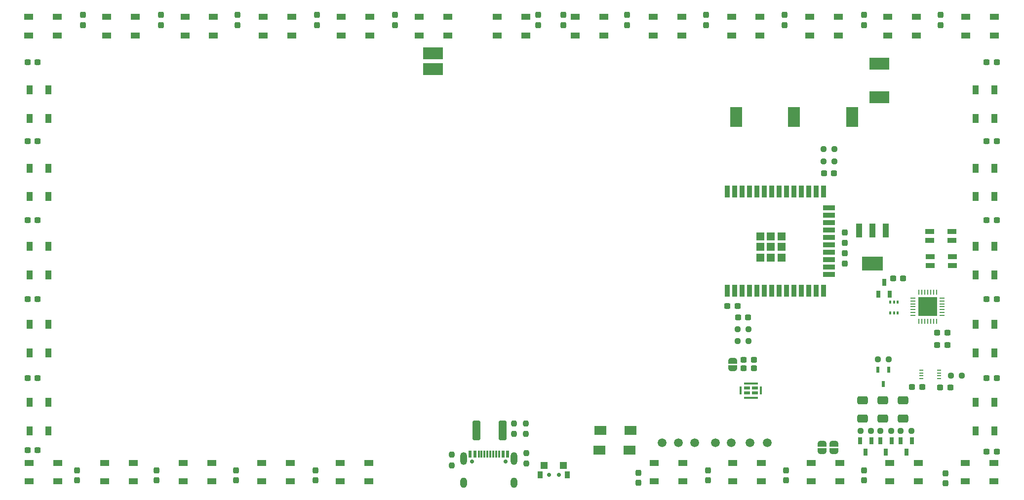
<source format=gbr>
%TF.GenerationSoftware,KiCad,Pcbnew,(6.0.6-0)*%
%TF.CreationDate,2022-09-08T22:47:46-07:00*%
%TF.ProjectId,GlowSignMainPCB,476c6f77-5369-4676-9e4d-61696e504342,rev?*%
%TF.SameCoordinates,Original*%
%TF.FileFunction,Soldermask,Top*%
%TF.FilePolarity,Negative*%
%FSLAX46Y46*%
G04 Gerber Fmt 4.6, Leading zero omitted, Abs format (unit mm)*
G04 Created by KiCad (PCBNEW (6.0.6-0)) date 2022-09-08 22:47:46*
%MOMM*%
%LPD*%
G01*
G04 APERTURE LIST*
G04 Aperture macros list*
%AMRoundRect*
0 Rectangle with rounded corners*
0 $1 Rounding radius*
0 $2 $3 $4 $5 $6 $7 $8 $9 X,Y pos of 4 corners*
0 Add a 4 corners polygon primitive as box body*
4,1,4,$2,$3,$4,$5,$6,$7,$8,$9,$2,$3,0*
0 Add four circle primitives for the rounded corners*
1,1,$1+$1,$2,$3*
1,1,$1+$1,$4,$5*
1,1,$1+$1,$6,$7*
1,1,$1+$1,$8,$9*
0 Add four rect primitives between the rounded corners*
20,1,$1+$1,$2,$3,$4,$5,0*
20,1,$1+$1,$4,$5,$6,$7,0*
20,1,$1+$1,$6,$7,$8,$9,0*
20,1,$1+$1,$8,$9,$2,$3,0*%
%AMFreePoly0*
4,1,20,0.000000,0.744959,0.073905,0.744508,0.209726,0.703889,0.328688,0.626782,0.421226,0.519385,0.479903,0.390333,0.500000,0.250000,0.500000,-0.250000,0.499851,-0.262216,0.476331,-0.402017,0.414519,-0.529596,0.319384,-0.634700,0.198574,-0.708877,0.061801,-0.746166,0.000000,-0.745033,0.000000,-0.750000,-0.500000,-0.750000,-0.500000,0.750000,0.000000,0.750000,0.000000,0.744959,
0.000000,0.744959,$1*%
%AMFreePoly1*
4,1,22,0.500000,-0.750000,0.000000,-0.750000,0.000000,-0.745033,-0.079941,-0.743568,-0.215256,-0.701293,-0.333266,-0.622738,-0.424486,-0.514219,-0.481581,-0.384460,-0.499164,-0.250000,-0.500000,-0.250000,-0.500000,0.250000,-0.499164,0.250000,-0.499963,0.256109,-0.478152,0.396186,-0.417904,0.524511,-0.324060,0.630769,-0.204165,0.706417,-0.067858,0.745374,0.000000,0.744959,0.000000,0.750000,
0.500000,0.750000,0.500000,-0.750000,0.500000,-0.750000,$1*%
G04 Aperture macros list end*
%ADD10R,1.500000X1.000000*%
%ADD11R,1.000000X1.500000*%
%ADD12R,0.700000X1.250013*%
%ADD13FreePoly0,90.000000*%
%ADD14FreePoly1,90.000000*%
%ADD15RoundRect,0.237500X-0.237500X0.300000X-0.237500X-0.300000X0.237500X-0.300000X0.237500X0.300000X0*%
%ADD16RoundRect,0.250000X0.650000X-0.412500X0.650000X0.412500X-0.650000X0.412500X-0.650000X-0.412500X0*%
%ADD17R,0.900000X2.000000*%
%ADD18R,2.000000X0.900000*%
%ADD19R,1.330000X1.330000*%
%ADD20RoundRect,0.237500X-0.300000X-0.237500X0.300000X-0.237500X0.300000X0.237500X-0.300000X0.237500X0*%
%ADD21RoundRect,0.237500X-0.250000X-0.237500X0.250000X-0.237500X0.250000X0.237500X-0.250000X0.237500X0*%
%ADD22R,2.000000X3.500000*%
%ADD23RoundRect,0.250000X0.400000X1.450000X-0.400000X1.450000X-0.400000X-1.450000X0.400000X-1.450000X0*%
%ADD24R,3.500000X2.000000*%
%ADD25C,0.700025*%
%ADD26R,0.900000X1.200000*%
%ADD27R,1.200000X1.300000*%
%ADD28RoundRect,0.237500X-0.237500X0.250000X-0.237500X-0.250000X0.237500X-0.250000X0.237500X0.250000X0*%
%ADD29RoundRect,0.237500X0.250000X0.237500X-0.250000X0.237500X-0.250000X-0.237500X0.250000X-0.237500X0*%
%ADD30R,0.600000X1.070003*%
%ADD31R,0.280010X0.900000*%
%ADD32R,0.900000X0.280010*%
%ADD33R,3.300000X3.300000*%
%ADD34C,1.500000*%
%ADD35O,0.750013X0.250013*%
%ADD36FreePoly1,270.000000*%
%ADD37FreePoly0,270.000000*%
%ADD38RoundRect,0.237500X0.237500X-0.300000X0.237500X0.300000X-0.237500X0.300000X-0.237500X-0.300000X0*%
%ADD39R,0.980010X2.470003*%
%ADD40R,3.600000X2.470003*%
%ADD41RoundRect,0.237500X0.237500X-0.250000X0.237500X0.250000X-0.237500X0.250000X-0.237500X-0.250000X0*%
%ADD42R,1.500000X0.900000*%
%ADD43RoundRect,0.237500X0.300000X0.237500X-0.300000X0.237500X-0.300000X-0.237500X0.300000X-0.237500X0*%
%ADD44R,2.046380X1.620015*%
%ADD45R,0.419990X0.600000*%
%ADD46R,0.600000X1.300000*%
%ADD47R,0.300000X1.300000*%
%ADD48O,1.200000X1.800000*%
%ADD49O,1.200000X2.200000*%
%ADD50R,1.050013X0.550013*%
%ADD51R,0.450013X1.400000*%
%ADD52R,2.400000X0.450013*%
G04 APERTURE END LIST*
D10*
%TO.C,D34*%
X220839200Y-140639600D03*
X220839200Y-137439600D03*
X215939200Y-137439600D03*
X215939200Y-140639600D03*
%TD*%
%TO.C,D35*%
X233847500Y-140639600D03*
X233847500Y-137439600D03*
X228947500Y-137439600D03*
X228947500Y-140639600D03*
%TD*%
%TO.C,D33*%
X207377200Y-140639600D03*
X207377200Y-137439600D03*
X202477200Y-137439600D03*
X202477200Y-140639600D03*
%TD*%
%TO.C,D32*%
X193915200Y-140639600D03*
X193915200Y-137439600D03*
X189015200Y-137439600D03*
X189015200Y-140639600D03*
%TD*%
%TO.C,D31*%
X180453200Y-140639600D03*
X180453200Y-137439600D03*
X175553200Y-137439600D03*
X175553200Y-140639600D03*
%TD*%
%TO.C,D30*%
X126605200Y-140639600D03*
X126605200Y-137439600D03*
X121705200Y-137439600D03*
X121705200Y-140639600D03*
%TD*%
%TO.C,D29*%
X113143200Y-140639600D03*
X113143200Y-137439600D03*
X108243200Y-137439600D03*
X108243200Y-140639600D03*
%TD*%
%TO.C,D28*%
X99681200Y-140639600D03*
X99681200Y-137439600D03*
X94781200Y-137439600D03*
X94781200Y-140639600D03*
%TD*%
%TO.C,D27*%
X86219200Y-140639600D03*
X86219200Y-137439600D03*
X81319200Y-137439600D03*
X81319200Y-140639600D03*
%TD*%
%TO.C,D26*%
X73316000Y-140639600D03*
X73316000Y-137439600D03*
X68416000Y-137439600D03*
X68416000Y-140639600D03*
%TD*%
%TO.C,D17*%
X108482750Y-60961100D03*
X108482750Y-64161100D03*
X113382750Y-64161100D03*
X113382750Y-60961100D03*
%TD*%
%TO.C,D11*%
X188819450Y-60961100D03*
X188819450Y-64161100D03*
X193719450Y-64161100D03*
X193719450Y-60961100D03*
%TD*%
%TO.C,D14*%
X148651100Y-60961100D03*
X148651100Y-64161100D03*
X153551100Y-64161100D03*
X153551100Y-60961100D03*
%TD*%
%TO.C,D8*%
X228987800Y-60961100D03*
X228987800Y-64161100D03*
X233887800Y-64161100D03*
X233887800Y-60961100D03*
%TD*%
D11*
%TO.C,D3*%
X233910800Y-127056100D03*
X230710800Y-127056100D03*
X230710800Y-131956100D03*
X233910800Y-131956100D03*
%TD*%
D10*
%TO.C,D18*%
X95093300Y-60961100D03*
X95093300Y-64161100D03*
X99993300Y-64161100D03*
X99993300Y-60961100D03*
%TD*%
%TO.C,D20*%
X68314400Y-60961100D03*
X68314400Y-64161100D03*
X73214400Y-64161100D03*
X73214400Y-60961100D03*
%TD*%
%TO.C,D12*%
X175430000Y-60961100D03*
X175430000Y-64161100D03*
X180330000Y-64161100D03*
X180330000Y-60961100D03*
%TD*%
%TO.C,D10*%
X202208900Y-60961100D03*
X202208900Y-64161100D03*
X207108900Y-64161100D03*
X207108900Y-60961100D03*
%TD*%
D11*
%TO.C,D5*%
X233910800Y-100278100D03*
X230710800Y-100278100D03*
X230710800Y-105178100D03*
X233910800Y-105178100D03*
%TD*%
%TO.C,D24*%
X68464400Y-118567100D03*
X71664400Y-118567100D03*
X71664400Y-113667100D03*
X68464400Y-113667100D03*
%TD*%
%TO.C,D23*%
X68464400Y-105178100D03*
X71664400Y-105178100D03*
X71664400Y-100278100D03*
X68464400Y-100278100D03*
%TD*%
D10*
%TO.C,D15*%
X135261650Y-60961100D03*
X135261650Y-64161100D03*
X140161650Y-64161100D03*
X140161650Y-60961100D03*
%TD*%
D11*
%TO.C,D4*%
X233910800Y-113667100D03*
X230710800Y-113667100D03*
X230710800Y-118567100D03*
X233910800Y-118567100D03*
%TD*%
D10*
%TO.C,D19*%
X81703850Y-60961100D03*
X81703850Y-64161100D03*
X86603850Y-64161100D03*
X86603850Y-60961100D03*
%TD*%
%TO.C,D16*%
X121872200Y-60961100D03*
X121872200Y-64161100D03*
X126772200Y-64161100D03*
X126772200Y-60961100D03*
%TD*%
%TO.C,D9*%
X215598350Y-60961100D03*
X215598350Y-64161100D03*
X220498350Y-64161100D03*
X220498350Y-60961100D03*
%TD*%
D11*
%TO.C,D7*%
X233910800Y-73500100D03*
X230710800Y-73500100D03*
X230710800Y-78400100D03*
X233910800Y-78400100D03*
%TD*%
%TO.C,D25*%
X68464400Y-131956100D03*
X71664400Y-131956100D03*
X71664400Y-127056100D03*
X68464400Y-127056100D03*
%TD*%
%TO.C,D22*%
X68464400Y-91789100D03*
X71664400Y-91789100D03*
X71664400Y-86889100D03*
X68464400Y-86889100D03*
%TD*%
%TO.C,D6*%
X233910800Y-86889100D03*
X230710800Y-86889100D03*
X230710800Y-91789100D03*
X233910800Y-91789100D03*
%TD*%
D10*
%TO.C,D13*%
X162040550Y-60961100D03*
X162040550Y-64161100D03*
X166940550Y-64161100D03*
X166940550Y-60961100D03*
%TD*%
D11*
%TO.C,D21*%
X68464400Y-78400100D03*
X71664400Y-78400100D03*
X71664400Y-73500100D03*
X68464400Y-73500100D03*
%TD*%
D12*
%TO.C,U19*%
X214035638Y-108492800D03*
X215935562Y-108492800D03*
X214985600Y-106492800D03*
%TD*%
D13*
%TO.C,JP3*%
X189026800Y-119949200D03*
D14*
X189026800Y-121249200D03*
%TD*%
D15*
%TO.C,C30*%
X155651200Y-60605500D03*
X155651200Y-62330500D03*
%TD*%
%TO.C,C24*%
X224688400Y-60605500D03*
X224688400Y-62330500D03*
%TD*%
D16*
%TO.C,C56*%
X211328000Y-129832500D03*
X211328000Y-126707500D03*
%TD*%
D17*
%TO.C,U4*%
X188065900Y-107922500D03*
X189335900Y-107922500D03*
X190605900Y-107922500D03*
X191875900Y-107922500D03*
X193145900Y-107922500D03*
X194415900Y-107922500D03*
X195685900Y-107922500D03*
X196955900Y-107922500D03*
X198225900Y-107922500D03*
X199495900Y-107922500D03*
X200765900Y-107922500D03*
X202035900Y-107922500D03*
X203305900Y-107922500D03*
X204575900Y-107922500D03*
D18*
X205575900Y-105137500D03*
X205575900Y-103867500D03*
X205575900Y-102597500D03*
X205575900Y-101327500D03*
X205575900Y-100057500D03*
X205575900Y-98787500D03*
X205575900Y-97517500D03*
X205575900Y-96247500D03*
X205575900Y-94977500D03*
X205575900Y-93707500D03*
D17*
X204575900Y-90922500D03*
X203305900Y-90922500D03*
X202035900Y-90922500D03*
X200765900Y-90922500D03*
X199495900Y-90922500D03*
X198225900Y-90922500D03*
X196955900Y-90922500D03*
X195685900Y-90922500D03*
X194415900Y-90922500D03*
X193145900Y-90922500D03*
X191875900Y-90922500D03*
X190605900Y-90922500D03*
X189335900Y-90922500D03*
X188065900Y-90922500D03*
D19*
X193730900Y-102257500D03*
X195565900Y-100422500D03*
X193730900Y-98587500D03*
X197400900Y-102257500D03*
X197400900Y-98587500D03*
X197400900Y-100422500D03*
X195565900Y-102257500D03*
X193730900Y-100422500D03*
X195565900Y-98587500D03*
%TD*%
D20*
%TO.C,C54*%
X224622720Y-124496537D03*
X226347720Y-124496537D03*
%TD*%
D15*
%TO.C,C25*%
X211531200Y-60605500D03*
X211531200Y-62330500D03*
%TD*%
D21*
%TO.C,R19*%
X213920700Y-119684800D03*
X215745700Y-119684800D03*
%TD*%
D22*
%TO.C,P4*%
X199567800Y-78130400D03*
%TD*%
D23*
%TO.C,F1*%
X149545000Y-131876800D03*
X145095000Y-131876800D03*
%TD*%
D20*
%TO.C,C57*%
X216510700Y-105816400D03*
X218235700Y-105816400D03*
%TD*%
D24*
%TO.C,P2*%
X137668000Y-69926200D03*
%TD*%
D25*
%TO.C,SW3*%
X157493460Y-139475768D03*
X159193486Y-139475768D03*
D26*
X160643575Y-139475768D03*
X156043625Y-139475768D03*
D27*
X160018479Y-137925857D03*
X156668467Y-137925857D03*
%TD*%
D28*
%TO.C,R2*%
X140817600Y-136044300D03*
X140817600Y-137869300D03*
%TD*%
D29*
%TO.C,R20*%
X216202900Y-131978400D03*
X214377900Y-131978400D03*
%TD*%
D20*
%TO.C,C41*%
X68122800Y-135229600D03*
X69847800Y-135229600D03*
%TD*%
D24*
%TO.C,P6*%
X214172800Y-74701400D03*
%TD*%
D15*
%TO.C,C7*%
X208280000Y-101499500D03*
X208280000Y-103224500D03*
%TD*%
D29*
%TO.C,R18*%
X219657300Y-131978400D03*
X217832300Y-131978400D03*
%TD*%
D20*
%TO.C,C37*%
X68122800Y-82270600D03*
X69847800Y-82270600D03*
%TD*%
D30*
%TO.C,U12*%
X215783162Y-121446923D03*
X213883238Y-121446923D03*
X214833200Y-123917077D03*
%TD*%
D31*
%TO.C,U7*%
X220951930Y-113170479D03*
X221452311Y-113170479D03*
X221952692Y-113170479D03*
X222453073Y-113170479D03*
X222953454Y-113170479D03*
X223453835Y-113170479D03*
X223954216Y-113170479D03*
D32*
X224953200Y-112171749D03*
X224953200Y-111671368D03*
X224953200Y-111170987D03*
X224953200Y-110670606D03*
X224953200Y-110170225D03*
X224953200Y-109669844D03*
X224953200Y-109169463D03*
D31*
X223954216Y-108170479D03*
X223453835Y-108170479D03*
X222953454Y-108170479D03*
X222453073Y-108170479D03*
X221952692Y-108170479D03*
X221452311Y-108170479D03*
X220951930Y-108170479D03*
D32*
X219953200Y-109169463D03*
X219953200Y-109669844D03*
X219953200Y-110170225D03*
X219953200Y-110670606D03*
X219953200Y-111170987D03*
X219953200Y-111671368D03*
X219953200Y-112171749D03*
D33*
X222453073Y-110670606D03*
%TD*%
D34*
%TO.C,TP1*%
X191973200Y-134010400D03*
%TD*%
D15*
%TO.C,C31*%
X131114800Y-60605500D03*
X131114800Y-62330500D03*
%TD*%
D20*
%TO.C,C39*%
X68122800Y-109347000D03*
X69847800Y-109347000D03*
%TD*%
D34*
%TO.C,TP4*%
X186029600Y-134010400D03*
%TD*%
D35*
%TO.C,U3*%
X224434400Y-123021600D03*
X224434400Y-122521473D03*
X224434400Y-122021600D03*
X224434400Y-121521473D03*
X221334578Y-121521473D03*
X221334578Y-122021600D03*
X221334578Y-122521473D03*
X221334578Y-123021600D03*
%TD*%
D20*
%TO.C,C36*%
X68122800Y-68732400D03*
X69847800Y-68732400D03*
%TD*%
D15*
%TO.C,C26*%
X197916800Y-60605500D03*
X197916800Y-62330500D03*
%TD*%
D36*
%TO.C,JP2*%
X206400400Y-134173200D03*
D37*
X206400400Y-135473200D03*
%TD*%
D38*
%TO.C,C46*%
X172872400Y-140867300D03*
X172872400Y-139142300D03*
%TD*%
D12*
%TO.C,U16*%
X211836000Y-135620000D03*
X210886038Y-133620000D03*
X212785962Y-133620000D03*
%TD*%
D39*
%TO.C,U18*%
X215304375Y-97564850D03*
X213004400Y-97564850D03*
X210704425Y-97564850D03*
D40*
X213004400Y-103234650D03*
%TD*%
D41*
%TO.C,R11*%
X151545405Y-132484500D03*
X151545405Y-130659500D03*
%TD*%
D38*
%TO.C,C44*%
X103861150Y-140460900D03*
X103861150Y-138735900D03*
%TD*%
D16*
%TO.C,C3*%
X218236800Y-129832500D03*
X218236800Y-126707500D03*
%TD*%
D20*
%TO.C,C38*%
X68122800Y-95808800D03*
X69847800Y-95808800D03*
%TD*%
%TO.C,C40*%
X68122800Y-122885200D03*
X69847800Y-122885200D03*
%TD*%
D42*
%TO.C,SW1*%
X222839276Y-97801936D03*
X226639124Y-97801936D03*
X226639124Y-99302064D03*
X222839276Y-99302064D03*
%TD*%
D43*
%TO.C,C19*%
X234288500Y-122885200D03*
X232563500Y-122885200D03*
%TD*%
D15*
%TO.C,C32*%
X117703600Y-60605500D03*
X117703600Y-62330500D03*
%TD*%
%TO.C,C34*%
X90982800Y-60605500D03*
X90982800Y-62330500D03*
%TD*%
D44*
%TO.C,U17*%
X171475431Y-131876825D03*
X166344620Y-131876825D03*
%TD*%
D38*
%TO.C,C47*%
X184823100Y-140460900D03*
X184823100Y-138735900D03*
%TD*%
D43*
%TO.C,C53*%
X192632500Y-119735600D03*
X190907500Y-119735600D03*
%TD*%
D45*
%TO.C,U8*%
X216043010Y-111749633D03*
X216692997Y-111749633D03*
X217342984Y-111749633D03*
X217342984Y-109849709D03*
X216692997Y-109849709D03*
X216043010Y-109849709D03*
%TD*%
D25*
%TO.C,USB1*%
X144328382Y-137197455D03*
X150108418Y-137197455D03*
D46*
X144018502Y-135954884D03*
X144818349Y-135954884D03*
D47*
X145968464Y-135954884D03*
X146968464Y-135954884D03*
X147468336Y-135954884D03*
X148468336Y-135954884D03*
D46*
X150418298Y-135954884D03*
X149618451Y-135954884D03*
D47*
X148968464Y-135954884D03*
X147968464Y-135954884D03*
X146468336Y-135954884D03*
X145468336Y-135954884D03*
D48*
X151538441Y-140877414D03*
D49*
X142898359Y-136697328D03*
D48*
X142898359Y-140877414D03*
D49*
X151538441Y-136697328D03*
%TD*%
D34*
%TO.C,TP7*%
X179730400Y-134010400D03*
%TD*%
%TO.C,TP8*%
X176936400Y-134010400D03*
%TD*%
%TO.C,TP2*%
X194970400Y-134010400D03*
%TD*%
D38*
%TO.C,C42*%
X76555600Y-140460900D03*
X76555600Y-138735900D03*
%TD*%
D21*
%TO.C,R1*%
X226452320Y-122515337D03*
X228277320Y-122515337D03*
%TD*%
D43*
%TO.C,C22*%
X234288500Y-82270600D03*
X232563500Y-82270600D03*
%TD*%
D28*
%TO.C,R3*%
X153670000Y-135739500D03*
X153670000Y-137564500D03*
%TD*%
D43*
%TO.C,C20*%
X234288500Y-109347000D03*
X232563500Y-109347000D03*
%TD*%
D15*
%TO.C,C29*%
X159969200Y-60605500D03*
X159969200Y-62330500D03*
%TD*%
D12*
%TO.C,U14*%
X215315800Y-135620000D03*
X214365838Y-133620000D03*
X216265762Y-133620000D03*
%TD*%
D44*
%TO.C,U2*%
X171323031Y-135229625D03*
X166192220Y-135229625D03*
%TD*%
D15*
%TO.C,C28*%
X170942000Y-60605500D03*
X170942000Y-62330500D03*
%TD*%
D24*
%TO.C,P7*%
X214172800Y-68978400D03*
%TD*%
D29*
%TO.C,R6*%
X191729550Y-114554000D03*
X189904550Y-114554000D03*
%TD*%
D15*
%TO.C,C27*%
X184454800Y-60605500D03*
X184454800Y-62330500D03*
%TD*%
D38*
%TO.C,C45*%
X117513925Y-140460900D03*
X117513925Y-138735900D03*
%TD*%
D43*
%TO.C,C4*%
X225835497Y-117250530D03*
X224110497Y-117250530D03*
%TD*%
D34*
%TO.C,TP6*%
X182473600Y-134010400D03*
%TD*%
D28*
%TO.C,R10*%
X153568400Y-130659500D03*
X153568400Y-132484500D03*
%TD*%
D29*
%TO.C,R21*%
X212748500Y-131978400D03*
X210923500Y-131978400D03*
%TD*%
D38*
%TO.C,C50*%
X225501200Y-139243900D03*
X225501200Y-140968900D03*
%TD*%
D43*
%TO.C,C2*%
X221523620Y-124445737D03*
X219798620Y-124445737D03*
%TD*%
D22*
%TO.C,P3*%
X189661800Y-78130400D03*
%TD*%
D15*
%TO.C,C33*%
X104089200Y-60605500D03*
X104089200Y-62330500D03*
%TD*%
D50*
%TO.C,U20*%
X191450517Y-125453255D03*
X192800784Y-125453255D03*
X192800784Y-124603369D03*
X191450517Y-124603369D03*
D51*
X190400733Y-125028312D03*
D52*
X192125651Y-126253357D03*
D51*
X193850568Y-125028312D03*
D52*
X192125651Y-123803268D03*
%TD*%
D12*
%TO.C,U13*%
X218795600Y-135620000D03*
X217845638Y-133620000D03*
X219745562Y-133620000D03*
%TD*%
D43*
%TO.C,C8*%
X191679550Y-112534000D03*
X189954550Y-112534000D03*
%TD*%
D24*
%TO.C,P1*%
X137668000Y-67183000D03*
%TD*%
D15*
%TO.C,C35*%
X77571600Y-60605500D03*
X77571600Y-62330500D03*
%TD*%
D36*
%TO.C,JP1*%
X204368400Y-134162800D03*
D37*
X204368400Y-135462800D03*
%TD*%
D20*
%TO.C,C6*%
X224110497Y-115150530D03*
X225835497Y-115150530D03*
%TD*%
%TO.C,C1*%
X188108550Y-110510400D03*
X189833550Y-110510400D03*
%TD*%
D38*
%TO.C,C48*%
X198196200Y-140460900D03*
X198196200Y-138735900D03*
%TD*%
D34*
%TO.C,TP5*%
X188766800Y-134010400D03*
%TD*%
D22*
%TO.C,P5*%
X209524600Y-78130400D03*
%TD*%
D43*
%TO.C,C18*%
X234288500Y-135483600D03*
X232563500Y-135483600D03*
%TD*%
D21*
%TO.C,R7*%
X204624300Y-85742400D03*
X206449300Y-85742400D03*
%TD*%
D43*
%TO.C,C10*%
X192632500Y-121210800D03*
X190907500Y-121210800D03*
%TD*%
D29*
%TO.C,R5*%
X206449300Y-83652400D03*
X204624300Y-83652400D03*
%TD*%
D20*
%TO.C,C9*%
X204674300Y-87782400D03*
X206399300Y-87782400D03*
%TD*%
D29*
%TO.C,R4*%
X191729550Y-116574000D03*
X189904550Y-116574000D03*
%TD*%
D38*
%TO.C,C5*%
X208280000Y-99668500D03*
X208280000Y-97943500D03*
%TD*%
D16*
%TO.C,C55*%
X214782400Y-129832500D03*
X214782400Y-126707500D03*
%TD*%
D38*
%TO.C,C49*%
X211569300Y-140460900D03*
X211569300Y-138735900D03*
%TD*%
D42*
%TO.C,SW2*%
X222890076Y-103569264D03*
X226689924Y-103569264D03*
X222890076Y-102069136D03*
X226689924Y-102069136D03*
%TD*%
D38*
%TO.C,C43*%
X90208375Y-140460900D03*
X90208375Y-138735900D03*
%TD*%
D43*
%TO.C,C23*%
X234288500Y-68732400D03*
X232563500Y-68732400D03*
%TD*%
%TO.C,C21*%
X234288500Y-95808800D03*
X232563500Y-95808800D03*
%TD*%
M02*

</source>
